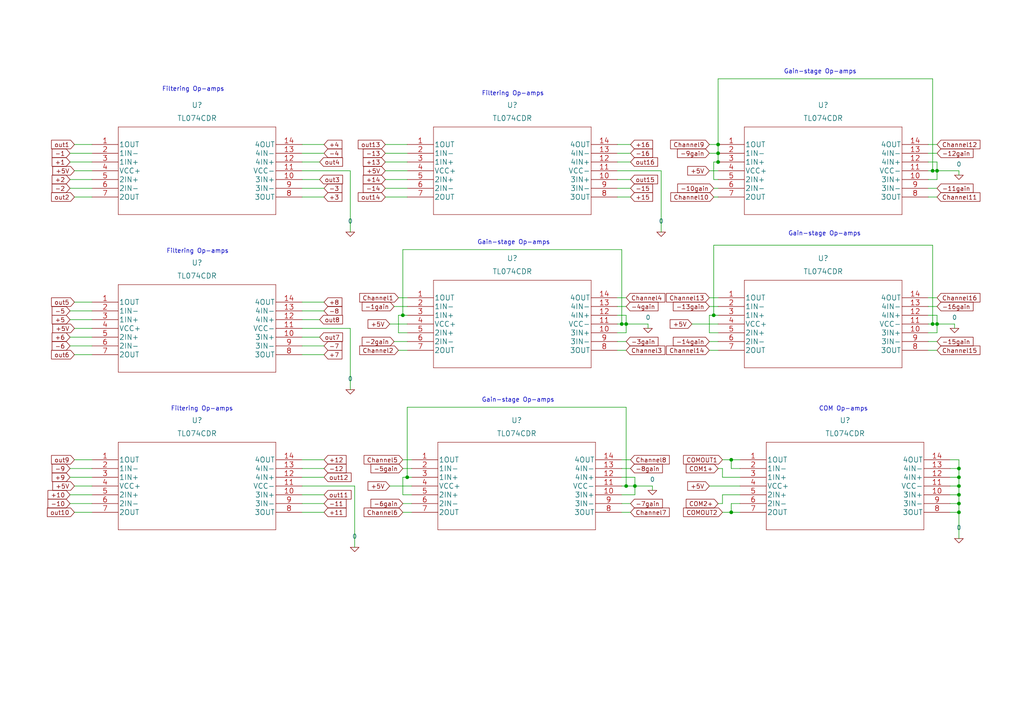
<source format=kicad_sch>
(kicad_sch (version 20211123) (generator eeschema)
  (paper "A4")
  (lib_symbols
    (symbol "2023-01-31_03-10-03:TL074CDR" (pin_names (offset 0.254))
      (property "Reference" "U" (at 30.48 10.16 0))
      (property "Value" "TL074CDR" (at 30.48 7.62 0))
      (symbol "TL074CDR_1_1"
        (polyline (pts (xy 7.62 -20.32) (xy 53.34 -20.32)) (stroke (width 0.127)))
        (polyline (pts (xy 7.62 5.08) (xy 7.62 -20.32)) (stroke (width 0.127)))
        (polyline (pts (xy 53.34 -20.32) (xy 53.34 5.08)) (stroke (width 0.127)))
        (polyline (pts (xy 53.34 5.08) (xy 7.62 5.08)) (stroke (width 0.127)))
        (pin output line (at 0 0 0) (length 7.62) (name "1OUT") (number "1"))
        (pin input line (at 60.96 -10.16 180) (length 7.62) (name "3IN+") (number "10"))
        (pin power_in line (at 60.96 -7.62 180) (length 7.62) (name "VCC-") (number "11"))
        (pin input line (at 60.96 -5.08 180) (length 7.62) (name "4IN+") (number "12"))
        (pin input line (at 60.96 -2.54 180) (length 7.62) (name "4IN-") (number "13"))
        (pin output line (at 60.96 0 180) (length 7.62) (name "4OUT") (number "14"))
        (pin input line (at 0 -2.54 0) (length 7.62) (name "1IN-") (number "2"))
        (pin input line (at 0 -5.08 0) (length 7.62) (name "1IN+") (number "3"))
        (pin power_in line (at 0 -7.62 0) (length 7.62) (name "VCC+") (number "4"))
        (pin input line (at 0 -10.16 0) (length 7.62) (name "2IN+") (number "5"))
        (pin input line (at 0 -12.7 0) (length 7.62) (name "2IN-") (number "6"))
        (pin output line (at 0 -15.24 0) (length 7.62) (name "2OUT") (number "7"))
        (pin output line (at 60.96 -15.24 180) (length 7.62) (name "3OUT") (number "8"))
        (pin input line (at 60.96 -12.7 180) (length 7.62) (name "3IN-") (number "9"))
      )
    )
    (symbol "pspice:0" (power) (pin_names (offset 0))
      (property "Value" "0" (at 0 -1.778 0))
      (symbol "0_0_1"
        (polyline (pts (xy -1.27 0) (xy 0 -1.27) (xy 1.27 0) (xy -1.27 0)))
      )
      (symbol "0_1_1"
        (pin power_in line (at 0 0 0) (length 0) hide (name "0") (number "1"))
      )
    )
  )
  (junction (at 180.34 93.98))
  (junction (at 278.13 148.59))
  (junction (at 181.61 93.98))
  (junction (at 278.13 143.51))
  (junction (at 116.84 91.44))
  (junction (at 271.78 49.53))
  (junction (at 181.61 140.97))
  (junction (at 271.78 93.98))
  (junction (at 208.28 46.99))
  (junction (at 270.51 49.53))
  (junction (at 278.13 146.05))
  (junction (at 208.28 41.91))
  (junction (at 118.11 138.43))
  (junction (at 270.51 93.98))
  (junction (at 207.01 91.44))
  (junction (at 212.09 133.35))
  (junction (at 208.28 44.45))
  (junction (at 278.13 140.97))
  (junction (at 278.13 138.43))
  (junction (at 212.09 148.59))
  (junction (at 184.15 140.97))
  (junction (at 278.13 135.89))
  (wire (pts (xy 115.57 96.52) (xy 115.57 91.44)))
  (wire (pts (xy 275.59 146.05) (xy 278.13 146.05)))
  (wire (pts (xy 207.01 46.99) (xy 208.28 46.99)))
  (wire (pts (xy 179.07 46.99) (xy 182.88 46.99)))
  (wire (pts (xy 93.98 54.61) (xy 87.63 54.61)))
  (wire (pts (xy 212.09 133.35) (xy 214.63 133.35)))
  (wire (pts (xy 181.61 118.11) (xy 181.61 140.97)))
  (wire (pts (xy 278.13 146.05) (xy 278.13 148.59)))
  (wire (pts (xy 208.28 146.05) (xy 209.55 146.05)))
  (wire (pts (xy 209.55 133.35) (xy 212.09 133.35)))
  (wire (pts (xy 214.63 138.43) (xy 209.55 138.43)))
  (wire (pts (xy 275.59 138.43) (xy 278.13 138.43)))
  (wire (pts (xy 21.59 49.53) (xy 26.67 49.53)))
  (wire (pts (xy 189.23 140.97) (xy 184.15 140.97)))
  (wire (pts (xy 179.07 93.98) (xy 180.34 93.98)))
  (wire (pts (xy 179.07 86.36) (xy 181.61 86.36)))
  (wire (pts (xy 179.07 88.9) (xy 181.61 88.9)))
  (wire (pts (xy 278.13 49.53) (xy 271.78 49.53)))
  (wire (pts (xy 118.11 138.43) (xy 119.38 138.43)))
  (wire (pts (xy 207.01 57.15) (xy 208.28 57.15)))
  (wire (pts (xy 205.74 44.45) (xy 208.28 44.45)))
  (wire (pts (xy 184.15 140.97) (xy 184.15 138.43)))
  (wire (pts (xy 179.07 91.44) (xy 181.61 91.44)))
  (wire (pts (xy 205.74 99.06) (xy 208.28 99.06)))
  (wire (pts (xy 269.24 54.61) (xy 271.78 54.61)))
  (wire (pts (xy 111.76 49.53) (xy 118.11 49.53)))
  (wire (pts (xy 116.84 91.44) (xy 116.84 72.39)))
  (wire (pts (xy 20.32 44.45) (xy 26.67 44.45)))
  (wire (pts (xy 181.61 93.98) (xy 181.61 91.44)))
  (wire (pts (xy 179.07 52.07) (xy 182.88 52.07)))
  (wire (pts (xy 269.24 41.91) (xy 271.78 41.91)))
  (wire (pts (xy 209.55 143.51) (xy 209.55 146.05)))
  (wire (pts (xy 21.59 95.25) (xy 26.67 95.25)))
  (wire (pts (xy 111.76 54.61) (xy 118.11 54.61)))
  (wire (pts (xy 269.24 46.99) (xy 271.78 46.99)))
  (wire (pts (xy 111.76 57.15) (xy 118.11 57.15)))
  (wire (pts (xy 114.3 88.9) (xy 118.11 88.9)))
  (wire (pts (xy 269.24 99.06) (xy 271.78 99.06)))
  (wire (pts (xy 275.59 143.51) (xy 278.13 143.51)))
  (wire (pts (xy 205.74 91.44) (xy 207.01 91.44)))
  (wire (pts (xy 278.13 148.59) (xy 278.13 156.21)))
  (wire (pts (xy 270.51 49.53) (xy 271.78 49.53)))
  (wire (pts (xy 87.63 148.59) (xy 93.98 148.59)))
  (wire (pts (xy 21.59 133.35) (xy 26.67 133.35)))
  (wire (pts (xy 184.15 143.51) (xy 184.15 140.97)))
  (wire (pts (xy 187.96 95.25) (xy 187.96 93.98)))
  (wire (pts (xy 205.74 101.6) (xy 208.28 101.6)))
  (wire (pts (xy 93.98 44.45) (xy 87.63 44.45)))
  (wire (pts (xy 209.55 148.59) (xy 212.09 148.59)))
  (wire (pts (xy 116.84 143.51) (xy 116.84 138.43)))
  (wire (pts (xy 181.61 96.52) (xy 181.61 93.98)))
  (wire (pts (xy 205.74 41.91) (xy 208.28 41.91)))
  (wire (pts (xy 275.59 148.59) (xy 278.13 148.59)))
  (wire (pts (xy 113.03 93.98) (xy 118.11 93.98)))
  (wire (pts (xy 278.13 133.35) (xy 278.13 135.89)))
  (wire (pts (xy 180.34 140.97) (xy 181.61 140.97)))
  (wire (pts (xy 111.76 52.07) (xy 118.11 52.07)))
  (wire (pts (xy 275.59 135.89) (xy 278.13 135.89)))
  (wire (pts (xy 116.84 146.05) (xy 119.38 146.05)))
  (wire (pts (xy 271.78 91.44) (xy 269.24 91.44)))
  (wire (pts (xy 87.63 138.43) (xy 93.98 138.43)))
  (wire (pts (xy 113.03 140.97) (xy 119.38 140.97)))
  (wire (pts (xy 208.28 52.07) (xy 207.01 52.07)))
  (wire (pts (xy 180.34 72.39) (xy 180.34 93.98)))
  (wire (pts (xy 276.86 93.98) (xy 271.78 93.98)))
  (wire (pts (xy 180.34 143.51) (xy 184.15 143.51)))
  (wire (pts (xy 271.78 96.52) (xy 271.78 93.98)))
  (wire (pts (xy 118.11 118.11) (xy 181.61 118.11)))
  (wire (pts (xy 87.63 41.91) (xy 93.98 41.91)))
  (wire (pts (xy 208.28 135.89) (xy 209.55 135.89)))
  (wire (pts (xy 20.32 100.33) (xy 26.67 100.33)))
  (wire (pts (xy 180.34 138.43) (xy 184.15 138.43)))
  (wire (pts (xy 116.84 133.35) (xy 119.38 133.35)))
  (wire (pts (xy 118.11 138.43) (xy 118.11 118.11)))
  (wire (pts (xy 207.01 52.07) (xy 207.01 46.99)))
  (wire (pts (xy 181.61 140.97) (xy 184.15 140.97)))
  (wire (pts (xy 271.78 93.98) (xy 271.78 91.44)))
  (wire (pts (xy 269.24 88.9) (xy 271.78 88.9)))
  (wire (pts (xy 87.63 46.99) (xy 92.71 46.99)))
  (wire (pts (xy 111.76 46.99) (xy 118.11 46.99)))
  (wire (pts (xy 182.88 44.45) (xy 179.07 44.45)))
  (wire (pts (xy 20.32 46.99) (xy 26.67 46.99)))
  (wire (pts (xy 205.74 96.52) (xy 205.74 91.44)))
  (wire (pts (xy 111.76 41.91) (xy 118.11 41.91)))
  (wire (pts (xy 207.01 54.61) (xy 208.28 54.61)))
  (wire (pts (xy 20.32 138.43) (xy 26.67 138.43)))
  (wire (pts (xy 180.34 135.89) (xy 182.88 135.89)))
  (wire (pts (xy 87.63 52.07) (xy 92.71 52.07)))
  (wire (pts (xy 179.07 101.6) (xy 181.61 101.6)))
  (wire (pts (xy 115.57 101.6) (xy 118.11 101.6)))
  (wire (pts (xy 101.6 49.53) (xy 101.6 67.31)))
  (wire (pts (xy 21.59 102.87) (xy 26.67 102.87)))
  (wire (pts (xy 116.84 72.39) (xy 180.34 72.39)))
  (wire (pts (xy 207.01 91.44) (xy 208.28 91.44)))
  (wire (pts (xy 115.57 86.36) (xy 118.11 86.36)))
  (wire (pts (xy 87.63 143.51) (xy 93.98 143.51)))
  (wire (pts (xy 269.24 44.45) (xy 271.78 44.45)))
  (wire (pts (xy 191.77 49.53) (xy 191.77 67.31)))
  (wire (pts (xy 20.32 90.17) (xy 26.67 90.17)))
  (wire (pts (xy 212.09 148.59) (xy 214.63 148.59)))
  (wire (pts (xy 20.32 97.79) (xy 26.67 97.79)))
  (wire (pts (xy 87.63 133.35) (xy 93.98 133.35)))
  (wire (pts (xy 20.32 92.71) (xy 26.67 92.71)))
  (wire (pts (xy 278.13 140.97) (xy 278.13 143.51)))
  (wire (pts (xy 87.63 87.63) (xy 93.98 87.63)))
  (wire (pts (xy 278.13 50.8) (xy 278.13 49.53)))
  (wire (pts (xy 180.34 148.59) (xy 182.88 148.59)))
  (wire (pts (xy 102.87 140.97) (xy 102.87 158.75)))
  (wire (pts (xy 187.96 93.98) (xy 181.61 93.98)))
  (wire (pts (xy 207.01 91.44) (xy 207.01 71.12)))
  (wire (pts (xy 271.78 52.07) (xy 271.78 49.53)))
  (wire (pts (xy 21.59 140.97) (xy 26.67 140.97)))
  (wire (pts (xy 180.34 93.98) (xy 181.61 93.98)))
  (wire (pts (xy 208.28 41.91) (xy 208.28 22.86)))
  (wire (pts (xy 278.13 135.89) (xy 278.13 138.43)))
  (wire (pts (xy 278.13 143.51) (xy 278.13 146.05)))
  (wire (pts (xy 119.38 143.51) (xy 116.84 143.51)))
  (wire (pts (xy 116.84 148.59) (xy 119.38 148.59)))
  (wire (pts (xy 87.63 49.53) (xy 101.6 49.53)))
  (wire (pts (xy 179.07 96.52) (xy 181.61 96.52)))
  (wire (pts (xy 208.28 44.45) (xy 208.28 41.91)))
  (wire (pts (xy 269.24 86.36) (xy 271.78 86.36)))
  (wire (pts (xy 20.32 143.51) (xy 26.67 143.51)))
  (wire (pts (xy 212.09 135.89) (xy 212.09 133.35)))
  (wire (pts (xy 179.07 99.06) (xy 181.61 99.06)))
  (wire (pts (xy 205.74 88.9) (xy 208.28 88.9)))
  (wire (pts (xy 116.84 135.89) (xy 119.38 135.89)))
  (wire (pts (xy 21.59 148.59) (xy 26.67 148.59)))
  (wire (pts (xy 87.63 57.15) (xy 93.98 57.15)))
  (wire (pts (xy 21.59 87.63) (xy 26.67 87.63)))
  (wire (pts (xy 111.76 44.45) (xy 118.11 44.45)))
  (wire (pts (xy 200.66 93.98) (xy 208.28 93.98)))
  (wire (pts (xy 87.63 140.97) (xy 102.87 140.97)))
  (wire (pts (xy 208.28 46.99) (xy 208.28 44.45)))
  (wire (pts (xy 87.63 97.79) (xy 92.71 97.79)))
  (wire (pts (xy 214.63 143.51) (xy 209.55 143.51)))
  (wire (pts (xy 116.84 91.44) (xy 118.11 91.44)))
  (wire (pts (xy 93.98 100.33) (xy 87.63 100.33)))
  (wire (pts (xy 209.55 138.43) (xy 209.55 135.89)))
  (wire (pts (xy 269.24 93.98) (xy 270.51 93.98)))
  (wire (pts (xy 208.28 96.52) (xy 205.74 96.52)))
  (wire (pts (xy 93.98 135.89) (xy 87.63 135.89)))
  (wire (pts (xy 87.63 102.87) (xy 93.98 102.87)))
  (wire (pts (xy 182.88 54.61) (xy 179.07 54.61)))
  (wire (pts (xy 87.63 95.25) (xy 101.6 95.25)))
  (wire (pts (xy 21.59 41.91) (xy 26.67 41.91)))
  (wire (pts (xy 207.01 71.12) (xy 270.51 71.12)))
  (wire (pts (xy 20.32 54.61) (xy 26.67 54.61)))
  (wire (pts (xy 269.24 96.52) (xy 271.78 96.52)))
  (wire (pts (xy 93.98 90.17) (xy 87.63 90.17)))
  (wire (pts (xy 93.98 146.05) (xy 87.63 146.05)))
  (wire (pts (xy 269.24 57.15) (xy 271.78 57.15)))
  (wire (pts (xy 20.32 135.89) (xy 26.67 135.89)))
  (wire (pts (xy 271.78 49.53) (xy 271.78 46.99)))
  (wire (pts (xy 20.32 52.07) (xy 26.67 52.07)))
  (wire (pts (xy 276.86 95.25) (xy 276.86 93.98)))
  (wire (pts (xy 275.59 140.97) (xy 278.13 140.97)))
  (wire (pts (xy 205.74 49.53) (xy 208.28 49.53)))
  (wire (pts (xy 87.63 92.71) (xy 92.71 92.71)))
  (wire (pts (xy 212.09 146.05) (xy 212.09 148.59)))
  (wire (pts (xy 214.63 146.05) (xy 212.09 146.05)))
  (wire (pts (xy 214.63 135.89) (xy 212.09 135.89)))
  (wire (pts (xy 269.24 49.53) (xy 270.51 49.53)))
  (wire (pts (xy 114.3 99.06) (xy 118.11 99.06)))
  (wire (pts (xy 101.6 95.25) (xy 101.6 113.03)))
  (wire (pts (xy 20.32 146.05) (xy 26.67 146.05)))
  (wire (pts (xy 270.51 22.86) (xy 270.51 49.53)))
  (wire (pts (xy 205.74 140.97) (xy 214.63 140.97)))
  (wire (pts (xy 21.59 57.15) (xy 26.67 57.15)))
  (wire (pts (xy 269.24 101.6) (xy 271.78 101.6)))
  (wire (pts (xy 116.84 138.43) (xy 118.11 138.43)))
  (wire (pts (xy 179.07 49.53) (xy 191.77 49.53)))
  (wire (pts (xy 208.28 22.86) (xy 270.51 22.86)))
  (wire (pts (xy 179.07 41.91) (xy 182.88 41.91)))
  (wire (pts (xy 275.59 133.35) (xy 278.13 133.35)))
  (wire (pts (xy 118.11 96.52) (xy 115.57 96.52)))
  (wire (pts (xy 270.51 71.12) (xy 270.51 93.98)))
  (wire (pts (xy 269.24 52.07) (xy 271.78 52.07)))
  (wire (pts (xy 270.51 93.98) (xy 271.78 93.98)))
  (wire (pts (xy 179.07 57.15) (xy 182.88 57.15)))
  (wire (pts (xy 278.13 138.43) (xy 278.13 140.97)))
  (wire (pts (xy 205.74 86.36) (xy 208.28 86.36)))
  (wire (pts (xy 180.34 146.05) (xy 182.88 146.05)))
  (wire (pts (xy 180.34 133.35) (xy 182.88 133.35)))
  (wire (pts (xy 189.23 142.24) (xy 189.23 140.97)))
  (wire (pts (xy 115.57 91.44) (xy 116.84 91.44)))
  (text "Filtering Op-amps" (at 48.26 73.66 0) (effects (font (size 1.27 1.27)) (justify left bottom)))
  (text "Filtering Op-amps" (at 49.53 119.38 0) (effects (font (size 1.27 1.27)) (justify left bottom)))
  (text "Gain-stage Op-amps" (at 228.6 68.58 0) (effects (font (size 1.27 1.27)) (justify left bottom)))
  (text "Filtering Op-amps" (at 46.99 26.67 0) (effects (font (size 1.27 1.27)) (justify left bottom)))
  (text "Gain-stage Op-amps" (at 139.7 116.84 0) (effects (font (size 1.27 1.27)) (justify left bottom)))
  (text "Filtering Op-amps" (at 139.7 27.94 0) (effects (font (size 1.27 1.27)) (justify left bottom)))
  (text "Gain-stage Op-amps" (at 227.33 21.59 0) (effects (font (size 1.27 1.27)) (justify left bottom)))
  (text "Gain-stage Op-amps" (at 138.43 71.12 0) (effects (font (size 1.27 1.27)) (justify left bottom)))
  (text "COM Op-amps\n" (at 237.49 119.38 0) (effects (font (size 1.27 1.27)) (justify left bottom)))
  (global_label "out16" (shape input) (at 182.88 46.99 0) (property "Intersheet References" "${INTERSHEET_REFS}" (effects hide)))
  (global_label "out7" (shape input) (at 92.71 97.79 0) (property "Intersheet References" "${INTERSHEET_REFS}" (effects hide)))
  (global_label "+15" (shape input) (at 182.88 57.15 0) (property "Intersheet References" "${INTERSHEET_REFS}" (effects hide)))
  (global_label "Channel3" (shape input) (at 181.61 101.6 0) (property "Intersheet References" "${INTERSHEET_REFS}" (effects hide)))
  (global_label "-13" (shape input) (at 111.76 44.45 180) (property "Intersheet References" "${INTERSHEET_REFS}" (effects hide)))
  (global_label "-4gain" (shape input) (at 181.61 88.9 0) (property "Intersheet References" "${INTERSHEET_REFS}" (effects hide)))
  (global_label "+5V" (shape input) (at 113.03 93.98 180) (property "Intersheet References" "${INTERSHEET_REFS}" (effects hide)))
  (global_label "out13" (shape input) (at 111.76 41.91 180) (property "Intersheet References" "${INTERSHEET_REFS}" (effects hide)))
  (global_label "+12" (shape input) (at 93.98 133.35 0) (property "Intersheet References" "${INTERSHEET_REFS}" (effects hide)))
  (global_label "Channel6" (shape input) (at 116.84 148.59 180) (property "Intersheet References" "${INTERSHEET_REFS}" (effects hide)))
  (global_label "-6gain" (shape input) (at 116.84 146.05 180) (property "Intersheet References" "${INTERSHEET_REFS}" (effects hide)))
  (global_label "-16gain" (shape input) (at 271.78 88.9 0) (property "Intersheet References" "${INTERSHEET_REFS}" (effects hide)))
  (global_label "+5V" (shape input) (at 21.59 140.97 180) (property "Intersheet References" "${INTERSHEET_REFS}" (effects hide)))
  (global_label "-11" (shape input) (at 93.98 146.05 0) (property "Intersheet References" "${INTERSHEET_REFS}" (effects hide)))
  (global_label "+3" (shape input) (at 93.98 57.15 0) (property "Intersheet References" "${INTERSHEET_REFS}" (effects hide)))
  (global_label "+8" (shape input) (at 93.98 87.63 0) (property "Intersheet References" "${INTERSHEET_REFS}" (effects hide)))
  (global_label "COMOUT2" (shape input) (at 209.55 148.59 180) (property "Intersheet References" "${INTERSHEET_REFS}" (effects hide)))
  (global_label "out12" (shape input) (at 93.98 138.43 0) (property "Intersheet References" "${INTERSHEET_REFS}" (effects hide)))
  (global_label "-2" (shape input) (at 20.32 54.61 180) (property "Intersheet References" "${INTERSHEET_REFS}" (effects hide)))
  (global_label "-5gain" (shape input) (at 116.84 135.89 180) (property "Intersheet References" "${INTERSHEET_REFS}" (effects hide)))
  (global_label "-3gain" (shape input) (at 181.61 99.06 0) (property "Intersheet References" "${INTERSHEET_REFS}" (effects hide)))
  (global_label "Channel7" (shape input) (at 182.88 148.59 0) (property "Intersheet References" "${INTERSHEET_REFS}" (effects hide)))
  (global_label "out1" (shape input) (at 21.59 41.91 180) (property "Intersheet References" "${INTERSHEET_REFS}" (effects hide)))
  (global_label "out2" (shape input) (at 21.59 57.15 180) (property "Intersheet References" "${INTERSHEET_REFS}" (effects hide)))
  (global_label "-7gain" (shape input) (at 182.88 146.05 0) (property "Intersheet References" "${INTERSHEET_REFS}" (effects hide)))
  (global_label "-15gain" (shape input) (at 271.78 99.06 0) (property "Intersheet References" "${INTERSHEET_REFS}" (effects hide)))
  (global_label "+9" (shape input) (at 20.32 138.43 180) (property "Intersheet References" "${INTERSHEET_REFS}" (effects hide)))
  (global_label "out9" (shape input) (at 21.59 133.35 180) (property "Intersheet References" "${INTERSHEET_REFS}" (effects hide)))
  (global_label "out14" (shape input) (at 111.76 57.15 180) (property "Intersheet References" "${INTERSHEET_REFS}" (effects hide)))
  (global_label "-2gain" (shape input) (at 114.3 99.06 180) (property "Intersheet References" "${INTERSHEET_REFS}" (effects hide)))
  (global_label "out8" (shape input) (at 92.71 92.71 0) (property "Intersheet References" "${INTERSHEET_REFS}" (effects hide)))
  (global_label "Channel2" (shape input) (at 115.57 101.6 180) (property "Intersheet References" "${INTERSHEET_REFS}" (effects hide)))
  (global_label "-14" (shape input) (at 111.76 54.61 180) (property "Intersheet References" "${INTERSHEET_REFS}" (effects hide)))
  (global_label "out15" (shape input) (at 182.88 52.07 0) (property "Intersheet References" "${INTERSHEET_REFS}" (effects hide)))
  (global_label "+14" (shape input) (at 111.76 52.07 180) (property "Intersheet References" "${INTERSHEET_REFS}" (effects hide)))
  (global_label "+7" (shape input) (at 93.98 102.87 0) (property "Intersheet References" "${INTERSHEET_REFS}" (effects hide)))
  (global_label "-14gain" (shape input) (at 205.74 99.06 180) (property "Intersheet References" "${INTERSHEET_REFS}" (effects hide)))
  (global_label "Channel15" (shape input) (at 271.78 101.6 0) (property "Intersheet References" "${INTERSHEET_REFS}" (effects hide)))
  (global_label "+6" (shape input) (at 20.32 97.79 180) (property "Intersheet References" "${INTERSHEET_REFS}" (effects hide)))
  (global_label "+5V" (shape input) (at 113.03 140.97 180) (property "Intersheet References" "${INTERSHEET_REFS}" (effects hide)))
  (global_label "out3" (shape input) (at 92.71 52.07 0) (property "Intersheet References" "${INTERSHEET_REFS}" (effects hide)))
  (global_label "Channel10" (shape input) (at 207.01 57.15 180) (property "Intersheet References" "${INTERSHEET_REFS}" (effects hide)))
  (global_label "-12gain" (shape input) (at 271.78 44.45 0) (property "Intersheet References" "${INTERSHEET_REFS}" (effects hide)))
  (global_label "Channel9" (shape input) (at 205.74 41.91 180) (property "Intersheet References" "${INTERSHEET_REFS}" (effects hide)))
  (global_label "-9" (shape input) (at 20.32 135.89 180) (property "Intersheet References" "${INTERSHEET_REFS}" (effects hide)))
  (global_label "-3" (shape input) (at 93.98 54.61 0) (property "Intersheet References" "${INTERSHEET_REFS}" (effects hide)))
  (global_label "+1" (shape input) (at 20.32 46.99 180) (property "Intersheet References" "${INTERSHEET_REFS}" (effects hide)))
  (global_label "-15" (shape input) (at 182.88 54.61 0) (property "Intersheet References" "${INTERSHEET_REFS}" (effects hide)))
  (global_label "Channel11" (shape input) (at 271.78 57.15 0) (property "Intersheet References" "${INTERSHEET_REFS}" (effects hide)))
  (global_label "Channel16" (shape input) (at 271.78 86.36 0) (property "Intersheet References" "${INTERSHEET_REFS}" (effects hide)))
  (global_label "out6" (shape input) (at 21.59 102.87 180) (property "Intersheet References" "${INTERSHEET_REFS}" (effects hide)))
  (global_label "-11gain" (shape input) (at 271.78 54.61 0) (property "Intersheet References" "${INTERSHEET_REFS}" (effects hide)))
  (global_label "out11" (shape input) (at 93.98 143.51 0) (property "Intersheet References" "${INTERSHEET_REFS}" (effects hide)))
  (global_label "-9gain" (shape input) (at 205.74 44.45 180) (property "Intersheet References" "${INTERSHEET_REFS}" (effects hide)))
  (global_label "+4" (shape input) (at 93.98 41.91 0) (property "Intersheet References" "${INTERSHEET_REFS}" (effects hide)))
  (global_label "+5V" (shape input) (at 205.74 140.97 180) (property "Intersheet References" "${INTERSHEET_REFS}" (effects hide)))
  (global_label "Channel12" (shape input) (at 271.78 41.91 0) (property "Intersheet References" "${INTERSHEET_REFS}" (effects hide)))
  (global_label "COMOUT1" (shape input) (at 209.55 133.35 180) (property "Intersheet References" "${INTERSHEET_REFS}" (effects hide)))
  (global_label "+2" (shape input) (at 20.32 52.07 180) (property "Intersheet References" "${INTERSHEET_REFS}" (effects hide)))
  (global_label "-16" (shape input) (at 182.88 44.45 0) (property "Intersheet References" "${INTERSHEET_REFS}" (effects hide)))
  (global_label "COM1+" (shape input) (at 208.28 135.89 180) (property "Intersheet References" "${INTERSHEET_REFS}" (effects hide)))
  (global_label "+5V" (shape input) (at 200.66 93.98 180) (property "Intersheet References" "${INTERSHEET_REFS}" (effects hide)))
  (global_label "Channel8" (shape input) (at 182.88 133.35 0) (property "Intersheet References" "${INTERSHEET_REFS}" (effects hide)))
  (global_label "-1" (shape input) (at 20.32 44.45 180) (property "Intersheet References" "${INTERSHEET_REFS}" (effects hide)))
  (global_label "+10" (shape input) (at 20.32 143.51 180) (property "Intersheet References" "${INTERSHEET_REFS}" (effects hide)))
  (global_label "out5" (shape input) (at 21.59 87.63 180) (property "Intersheet References" "${INTERSHEET_REFS}" (effects hide)))
  (global_label "-4" (shape input) (at 93.98 44.45 0) (property "Intersheet References" "${INTERSHEET_REFS}" (effects hide)))
  (global_label "-1gain" (shape input) (at 114.3 88.9 180) (property "Intersheet References" "${INTERSHEET_REFS}" (effects hide)))
  (global_label "-7" (shape input) (at 93.98 100.33 0) (property "Intersheet References" "${INTERSHEET_REFS}" (effects hide)))
  (global_label "+5V" (shape input) (at 21.59 49.53 180) (property "Intersheet References" "${INTERSHEET_REFS}" (effects hide)))
  (global_label "COM2+" (shape input) (at 208.28 146.05 180) (property "Intersheet References" "${INTERSHEET_REFS}" (effects hide)))
  (global_label "-10" (shape input) (at 20.32 146.05 180) (property "Intersheet References" "${INTERSHEET_REFS}" (effects hide)))
  (global_label "+5V" (shape input) (at 111.76 49.53 180) (property "Intersheet References" "${INTERSHEET_REFS}" (effects hide)))
  (global_label "Channel1" (shape input) (at 115.57 86.36 180) (property "Intersheet References" "${INTERSHEET_REFS}" (effects hide)))
  (global_label "-5" (shape input) (at 20.32 90.17 180) (property "Intersheet References" "${INTERSHEET_REFS}" (effects hide)))
  (global_label "+16" (shape input) (at 182.88 41.91 0) (property "Intersheet References" "${INTERSHEET_REFS}" (effects hide)))
  (global_label "Channel4" (shape input) (at 181.61 86.36 0) (property "Intersheet References" "${INTERSHEET_REFS}" (effects hide)))
  (global_label "out4" (shape input) (at 92.71 46.99 0) (property "Intersheet References" "${INTERSHEET_REFS}" (effects hide)))
  (global_label "Channel5" (shape input) (at 116.84 133.35 180) (property "Intersheet References" "${INTERSHEET_REFS}" (effects hide)))
  (global_label "out10" (shape input) (at 21.59 148.59 180) (property "Intersheet References" "${INTERSHEET_REFS}" (effects hide)))
  (global_label "-8gain" (shape input) (at 182.88 135.89 0) (property "Intersheet References" "${INTERSHEET_REFS}" (effects hide)))
  (global_label "-13gain" (shape input) (at 205.74 88.9 180) (property "Intersheet References" "${INTERSHEET_REFS}" (effects hide)))
  (global_label "Channel14" (shape input) (at 205.74 101.6 180) (property "Intersheet References" "${INTERSHEET_REFS}" (effects hide)))
  (global_label "+11" (shape input) (at 93.98 148.59 0) (property "Intersheet References" "${INTERSHEET_REFS}" (effects hide)))
  (global_label "+5V" (shape input) (at 21.59 95.25 180) (property "Intersheet References" "${INTERSHEET_REFS}" (effects hide)))
  (global_label "-12" (shape input) (at 93.98 135.89 0) (property "Intersheet References" "${INTERSHEET_REFS}" (effects hide)))
  (global_label "+5" (shape input) (at 20.32 92.71 180) (property "Intersheet References" "${INTERSHEET_REFS}" (effects hide)))
  (global_label "-6" (shape input) (at 20.32 100.33 180) (property "Intersheet References" "${INTERSHEET_REFS}" (effects hide)))
  (global_label "+13" (shape input) (at 111.76 46.99 180) (property "Intersheet References" "${INTERSHEET_REFS}" (effects hide)))
  (global_label "Channel13" (shape input) (at 205.74 86.36 180) (property "Intersheet References" "${INTERSHEET_REFS}" (effects hide)))
  (global_label "-8" (shape input) (at 93.98 90.17 0) (property "Intersheet References" "${INTERSHEET_REFS}" (effects hide)))
  (global_label "+5V" (shape input) (at 205.74 49.53 180) (property "Intersheet References" "${INTERSHEET_REFS}" (effects hide)))
  (global_label "-10gain" (shape input) (at 207.01 54.61 180) (property "Intersheet References" "${INTERSHEET_REFS}" (effects hide)))
  (symbol (lib_id "2023-01-31_03-10-03:TL074CDR") (at 208.28 86.36 0) (unit 1)
    (property "Reference" "U?" (at 238.76 74.93 0) (effects (font (size 1.524 1.524))))
    (property "Value" "TL074CDR" (at 238.76 78.74 0) (effects (font (size 1.524 1.524))))
    (property "Footprint" "TL074CDR_OpAmp:TL074CDR" (effects hide))
  )
  (symbol (lib_id "pspice:0") (at 187.96 95.25 0) (unit 1)
    (property "Reference" "#GND0127" (effects hide))
    (property "Value" "0" (at 187.96 92.075 0))
  )
  (symbol (lib_id "pspice:0") (at 276.86 95.25 0) (unit 1)
    (property "Reference" "#GND0122" (effects hide))
    (property "Value" "0" (at 276.86 92.075 0))
  )
  (symbol (lib_id "pspice:0") (at 278.13 156.21 0) (unit 1)
    (property "Reference" "#GND?" (effects hide))
    (property "Value" "0" (at 278.13 153.035 0))
  )
  (symbol (lib_id "pspice:0") (at 101.6 67.31 0) (unit 1)
    (property "Reference" "#GND0123" (effects hide))
    (property "Value" "0" (at 101.6 64.135 0))
  )
  (symbol (lib_id "2023-01-31_03-10-03:TL074CDR") (at 26.67 87.63 0) (unit 1)
    (property "Reference" "U?" (at 57.15 76.2 0) (effects (font (size 1.524 1.524))))
    (property "Value" "TL074CDR" (at 57.15 80.01 0) (effects (font (size 1.524 1.524))))
    (property "Footprint" "TL074CDR_OpAmp:TL074CDR" (effects hide))
  )
  (symbol (lib_id "2023-01-31_03-10-03:TL074CDR") (at 214.63 133.35 0) (unit 1)
    (property "Reference" "U?" (at 245.11 121.92 0) (effects (font (size 1.524 1.524))))
    (property "Value" "TL074CDR" (at 245.11 125.73 0) (effects (font (size 1.524 1.524))))
    (property "Footprint" "TL074CDR_OpAmp:TL074CDR" (effects hide))
  )
  (symbol (lib_id "pspice:0") (at 191.77 67.31 0) (unit 1)
    (property "Reference" "#GND0128" (effects hide))
    (property "Value" "0" (at 191.77 64.135 0))
  )
  (symbol (lib_id "2023-01-31_03-10-03:TL074CDR") (at 208.28 41.91 0) (unit 1)
    (property "Reference" "U?" (at 238.76 30.48 0) (effects (font (size 1.524 1.524))))
    (property "Value" "TL074CDR" (at 238.76 34.29 0) (effects (font (size 1.524 1.524))))
    (property "Footprint" "TL074CDR_OpAmp:TL074CDR" (effects hide))
  )
  (symbol (lib_id "2023-01-31_03-10-03:TL074CDR") (at 118.11 86.36 0) (unit 1)
    (property "Reference" "U?" (at 148.59 74.93 0) (effects (font (size 1.524 1.524))))
    (property "Value" "TL074CDR" (at 148.59 78.74 0) (effects (font (size 1.524 1.524))))
    (property "Footprint" "TL074CDR_OpAmp:TL074CDR" (effects hide))
  )
  (symbol (lib_id "2023-01-31_03-10-03:TL074CDR") (at 118.11 41.91 0) (unit 1)
    (property "Reference" "U?" (at 148.59 30.48 0) (effects (font (size 1.524 1.524))))
    (property "Value" "TL074CDR" (at 148.59 34.29 0) (effects (font (size 1.524 1.524))))
    (property "Footprint" "TL074CDR_OpAmp:TL074CDR" (effects hide))
  )
  (symbol (lib_id "pspice:0") (at 101.6 113.03 0) (unit 1)
    (property "Reference" "#GND0125" (effects hide))
    (property "Value" "0" (at 101.6 109.855 0))
  )
  (symbol (lib_id "2023-01-31_03-10-03:TL074CDR") (at 119.38 133.35 0) (unit 1)
    (property "Reference" "U?" (at 149.86 121.92 0) (effects (font (size 1.524 1.524))))
    (property "Value" "TL074CDR" (at 149.86 125.73 0) (effects (font (size 1.524 1.524))))
    (property "Footprint" "TL074CDR_OpAmp:TL074CDR" (effects hide))
  )
  (symbol (lib_id "pspice:0") (at 189.23 142.24 0) (unit 1)
    (property "Reference" "#GND0124" (effects hide))
    (property "Value" "0" (at 189.23 139.065 0))
  )
  (symbol (lib_id "2023-01-31_03-10-03:TL074CDR") (at 26.67 133.35 0) (unit 1)
    (property "Reference" "U?" (at 57.15 121.92 0) (effects (font (size 1.524 1.524))))
    (property "Value" "TL074CDR" (at 57.15 125.73 0) (effects (font (size 1.524 1.524))))
    (property "Footprint" "TL074CDR_OpAmp:TL074CDR" (effects hide))
  )
  (symbol (lib_id "pspice:0") (at 102.87 158.75 0) (unit 1)
    (property "Reference" "#GND0126" (effects hide))
    (property "Value" "0" (at 102.87 155.575 0))
  )
  (symbol (lib_id "2023-01-31_03-10-03:TL074CDR") (at 26.67 41.91 0) (unit 1)
    (property "Reference" "U?" (at 57.15 30.48 0) (effects (font (size 1.524 1.524))))
    (property "Value" "TL074CDR" (at 57.15 34.29 0) (effects (font (size 1.524 1.524))))
    (property "Footprint" "TL074CDR_OpAmp:TL074CDR" (effects hide))
  )
  (symbol (lib_id "pspice:0") (at 278.13 50.8 0) (unit 1)
    (property "Reference" "#GND0129" (effects hide))
    (property "Value" "0" (at 278.13 47.625 0))
  )
)
</source>
